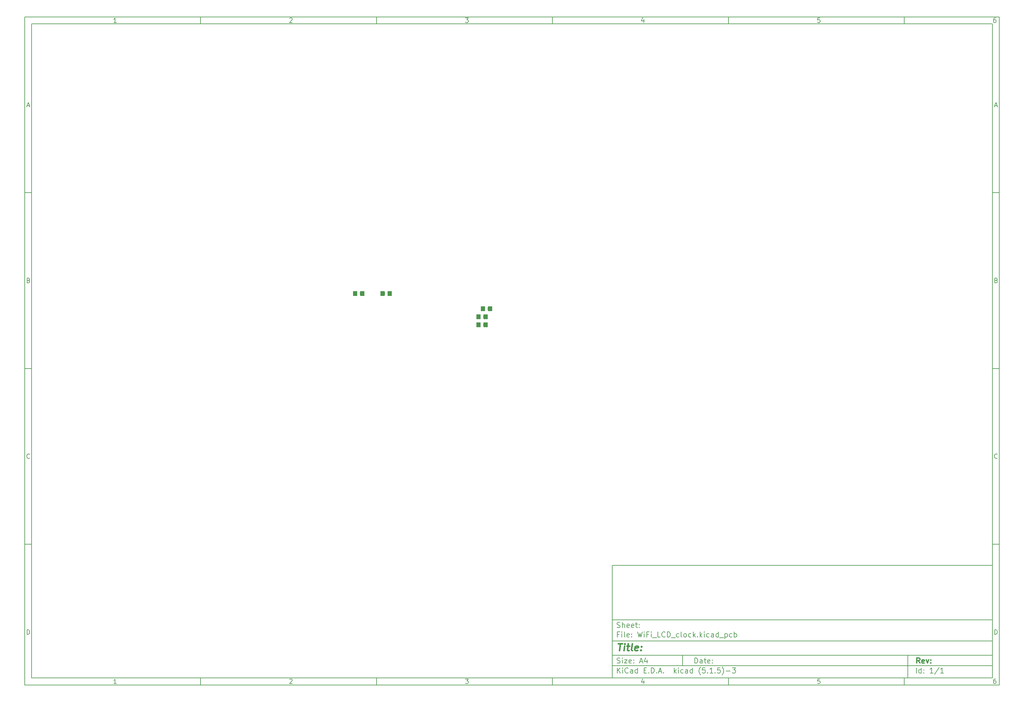
<source format=gbr>
G04 #@! TF.GenerationSoftware,KiCad,Pcbnew,(5.1.5)-3*
G04 #@! TF.CreationDate,2021-03-26T16:29:10+01:00*
G04 #@! TF.ProjectId,WiFi_LCD_clock,57694669-5f4c-4434-945f-636c6f636b2e,rev?*
G04 #@! TF.SameCoordinates,Original*
G04 #@! TF.FileFunction,Paste,Bot*
G04 #@! TF.FilePolarity,Positive*
%FSLAX46Y46*%
G04 Gerber Fmt 4.6, Leading zero omitted, Abs format (unit mm)*
G04 Created by KiCad (PCBNEW (5.1.5)-3) date 2021-03-26 16:29:10*
%MOMM*%
%LPD*%
G04 APERTURE LIST*
%ADD10C,0.100000*%
%ADD11C,0.150000*%
%ADD12C,0.300000*%
%ADD13C,0.400000*%
%ADD14R,0.875000X0.950000*%
%ADD15R,1.150000X1.400000*%
G04 APERTURE END LIST*
D10*
D11*
X177002200Y-166007200D02*
X177002200Y-198007200D01*
X285002200Y-198007200D01*
X285002200Y-166007200D01*
X177002200Y-166007200D01*
D10*
D11*
X10000000Y-10000000D02*
X10000000Y-200007200D01*
X287002200Y-200007200D01*
X287002200Y-10000000D01*
X10000000Y-10000000D01*
D10*
D11*
X12000000Y-12000000D02*
X12000000Y-198007200D01*
X285002200Y-198007200D01*
X285002200Y-12000000D01*
X12000000Y-12000000D01*
D10*
D11*
X60000000Y-12000000D02*
X60000000Y-10000000D01*
D10*
D11*
X110000000Y-12000000D02*
X110000000Y-10000000D01*
D10*
D11*
X160000000Y-12000000D02*
X160000000Y-10000000D01*
D10*
D11*
X210000000Y-12000000D02*
X210000000Y-10000000D01*
D10*
D11*
X260000000Y-12000000D02*
X260000000Y-10000000D01*
D10*
D11*
X36065476Y-11588095D02*
X35322619Y-11588095D01*
X35694047Y-11588095D02*
X35694047Y-10288095D01*
X35570238Y-10473809D01*
X35446428Y-10597619D01*
X35322619Y-10659523D01*
D10*
D11*
X85322619Y-10411904D02*
X85384523Y-10350000D01*
X85508333Y-10288095D01*
X85817857Y-10288095D01*
X85941666Y-10350000D01*
X86003571Y-10411904D01*
X86065476Y-10535714D01*
X86065476Y-10659523D01*
X86003571Y-10845238D01*
X85260714Y-11588095D01*
X86065476Y-11588095D01*
D10*
D11*
X135260714Y-10288095D02*
X136065476Y-10288095D01*
X135632142Y-10783333D01*
X135817857Y-10783333D01*
X135941666Y-10845238D01*
X136003571Y-10907142D01*
X136065476Y-11030952D01*
X136065476Y-11340476D01*
X136003571Y-11464285D01*
X135941666Y-11526190D01*
X135817857Y-11588095D01*
X135446428Y-11588095D01*
X135322619Y-11526190D01*
X135260714Y-11464285D01*
D10*
D11*
X185941666Y-10721428D02*
X185941666Y-11588095D01*
X185632142Y-10226190D02*
X185322619Y-11154761D01*
X186127380Y-11154761D01*
D10*
D11*
X236003571Y-10288095D02*
X235384523Y-10288095D01*
X235322619Y-10907142D01*
X235384523Y-10845238D01*
X235508333Y-10783333D01*
X235817857Y-10783333D01*
X235941666Y-10845238D01*
X236003571Y-10907142D01*
X236065476Y-11030952D01*
X236065476Y-11340476D01*
X236003571Y-11464285D01*
X235941666Y-11526190D01*
X235817857Y-11588095D01*
X235508333Y-11588095D01*
X235384523Y-11526190D01*
X235322619Y-11464285D01*
D10*
D11*
X285941666Y-10288095D02*
X285694047Y-10288095D01*
X285570238Y-10350000D01*
X285508333Y-10411904D01*
X285384523Y-10597619D01*
X285322619Y-10845238D01*
X285322619Y-11340476D01*
X285384523Y-11464285D01*
X285446428Y-11526190D01*
X285570238Y-11588095D01*
X285817857Y-11588095D01*
X285941666Y-11526190D01*
X286003571Y-11464285D01*
X286065476Y-11340476D01*
X286065476Y-11030952D01*
X286003571Y-10907142D01*
X285941666Y-10845238D01*
X285817857Y-10783333D01*
X285570238Y-10783333D01*
X285446428Y-10845238D01*
X285384523Y-10907142D01*
X285322619Y-11030952D01*
D10*
D11*
X60000000Y-198007200D02*
X60000000Y-200007200D01*
D10*
D11*
X110000000Y-198007200D02*
X110000000Y-200007200D01*
D10*
D11*
X160000000Y-198007200D02*
X160000000Y-200007200D01*
D10*
D11*
X210000000Y-198007200D02*
X210000000Y-200007200D01*
D10*
D11*
X260000000Y-198007200D02*
X260000000Y-200007200D01*
D10*
D11*
X36065476Y-199595295D02*
X35322619Y-199595295D01*
X35694047Y-199595295D02*
X35694047Y-198295295D01*
X35570238Y-198481009D01*
X35446428Y-198604819D01*
X35322619Y-198666723D01*
D10*
D11*
X85322619Y-198419104D02*
X85384523Y-198357200D01*
X85508333Y-198295295D01*
X85817857Y-198295295D01*
X85941666Y-198357200D01*
X86003571Y-198419104D01*
X86065476Y-198542914D01*
X86065476Y-198666723D01*
X86003571Y-198852438D01*
X85260714Y-199595295D01*
X86065476Y-199595295D01*
D10*
D11*
X135260714Y-198295295D02*
X136065476Y-198295295D01*
X135632142Y-198790533D01*
X135817857Y-198790533D01*
X135941666Y-198852438D01*
X136003571Y-198914342D01*
X136065476Y-199038152D01*
X136065476Y-199347676D01*
X136003571Y-199471485D01*
X135941666Y-199533390D01*
X135817857Y-199595295D01*
X135446428Y-199595295D01*
X135322619Y-199533390D01*
X135260714Y-199471485D01*
D10*
D11*
X185941666Y-198728628D02*
X185941666Y-199595295D01*
X185632142Y-198233390D02*
X185322619Y-199161961D01*
X186127380Y-199161961D01*
D10*
D11*
X236003571Y-198295295D02*
X235384523Y-198295295D01*
X235322619Y-198914342D01*
X235384523Y-198852438D01*
X235508333Y-198790533D01*
X235817857Y-198790533D01*
X235941666Y-198852438D01*
X236003571Y-198914342D01*
X236065476Y-199038152D01*
X236065476Y-199347676D01*
X236003571Y-199471485D01*
X235941666Y-199533390D01*
X235817857Y-199595295D01*
X235508333Y-199595295D01*
X235384523Y-199533390D01*
X235322619Y-199471485D01*
D10*
D11*
X285941666Y-198295295D02*
X285694047Y-198295295D01*
X285570238Y-198357200D01*
X285508333Y-198419104D01*
X285384523Y-198604819D01*
X285322619Y-198852438D01*
X285322619Y-199347676D01*
X285384523Y-199471485D01*
X285446428Y-199533390D01*
X285570238Y-199595295D01*
X285817857Y-199595295D01*
X285941666Y-199533390D01*
X286003571Y-199471485D01*
X286065476Y-199347676D01*
X286065476Y-199038152D01*
X286003571Y-198914342D01*
X285941666Y-198852438D01*
X285817857Y-198790533D01*
X285570238Y-198790533D01*
X285446428Y-198852438D01*
X285384523Y-198914342D01*
X285322619Y-199038152D01*
D10*
D11*
X10000000Y-60000000D02*
X12000000Y-60000000D01*
D10*
D11*
X10000000Y-110000000D02*
X12000000Y-110000000D01*
D10*
D11*
X10000000Y-160000000D02*
X12000000Y-160000000D01*
D10*
D11*
X10690476Y-35216666D02*
X11309523Y-35216666D01*
X10566666Y-35588095D02*
X11000000Y-34288095D01*
X11433333Y-35588095D01*
D10*
D11*
X11092857Y-84907142D02*
X11278571Y-84969047D01*
X11340476Y-85030952D01*
X11402380Y-85154761D01*
X11402380Y-85340476D01*
X11340476Y-85464285D01*
X11278571Y-85526190D01*
X11154761Y-85588095D01*
X10659523Y-85588095D01*
X10659523Y-84288095D01*
X11092857Y-84288095D01*
X11216666Y-84350000D01*
X11278571Y-84411904D01*
X11340476Y-84535714D01*
X11340476Y-84659523D01*
X11278571Y-84783333D01*
X11216666Y-84845238D01*
X11092857Y-84907142D01*
X10659523Y-84907142D01*
D10*
D11*
X11402380Y-135464285D02*
X11340476Y-135526190D01*
X11154761Y-135588095D01*
X11030952Y-135588095D01*
X10845238Y-135526190D01*
X10721428Y-135402380D01*
X10659523Y-135278571D01*
X10597619Y-135030952D01*
X10597619Y-134845238D01*
X10659523Y-134597619D01*
X10721428Y-134473809D01*
X10845238Y-134350000D01*
X11030952Y-134288095D01*
X11154761Y-134288095D01*
X11340476Y-134350000D01*
X11402380Y-134411904D01*
D10*
D11*
X10659523Y-185588095D02*
X10659523Y-184288095D01*
X10969047Y-184288095D01*
X11154761Y-184350000D01*
X11278571Y-184473809D01*
X11340476Y-184597619D01*
X11402380Y-184845238D01*
X11402380Y-185030952D01*
X11340476Y-185278571D01*
X11278571Y-185402380D01*
X11154761Y-185526190D01*
X10969047Y-185588095D01*
X10659523Y-185588095D01*
D10*
D11*
X287002200Y-60000000D02*
X285002200Y-60000000D01*
D10*
D11*
X287002200Y-110000000D02*
X285002200Y-110000000D01*
D10*
D11*
X287002200Y-160000000D02*
X285002200Y-160000000D01*
D10*
D11*
X285692676Y-35216666D02*
X286311723Y-35216666D01*
X285568866Y-35588095D02*
X286002200Y-34288095D01*
X286435533Y-35588095D01*
D10*
D11*
X286095057Y-84907142D02*
X286280771Y-84969047D01*
X286342676Y-85030952D01*
X286404580Y-85154761D01*
X286404580Y-85340476D01*
X286342676Y-85464285D01*
X286280771Y-85526190D01*
X286156961Y-85588095D01*
X285661723Y-85588095D01*
X285661723Y-84288095D01*
X286095057Y-84288095D01*
X286218866Y-84350000D01*
X286280771Y-84411904D01*
X286342676Y-84535714D01*
X286342676Y-84659523D01*
X286280771Y-84783333D01*
X286218866Y-84845238D01*
X286095057Y-84907142D01*
X285661723Y-84907142D01*
D10*
D11*
X286404580Y-135464285D02*
X286342676Y-135526190D01*
X286156961Y-135588095D01*
X286033152Y-135588095D01*
X285847438Y-135526190D01*
X285723628Y-135402380D01*
X285661723Y-135278571D01*
X285599819Y-135030952D01*
X285599819Y-134845238D01*
X285661723Y-134597619D01*
X285723628Y-134473809D01*
X285847438Y-134350000D01*
X286033152Y-134288095D01*
X286156961Y-134288095D01*
X286342676Y-134350000D01*
X286404580Y-134411904D01*
D10*
D11*
X285661723Y-185588095D02*
X285661723Y-184288095D01*
X285971247Y-184288095D01*
X286156961Y-184350000D01*
X286280771Y-184473809D01*
X286342676Y-184597619D01*
X286404580Y-184845238D01*
X286404580Y-185030952D01*
X286342676Y-185278571D01*
X286280771Y-185402380D01*
X286156961Y-185526190D01*
X285971247Y-185588095D01*
X285661723Y-185588095D01*
D10*
D11*
X200434342Y-193785771D02*
X200434342Y-192285771D01*
X200791485Y-192285771D01*
X201005771Y-192357200D01*
X201148628Y-192500057D01*
X201220057Y-192642914D01*
X201291485Y-192928628D01*
X201291485Y-193142914D01*
X201220057Y-193428628D01*
X201148628Y-193571485D01*
X201005771Y-193714342D01*
X200791485Y-193785771D01*
X200434342Y-193785771D01*
X202577200Y-193785771D02*
X202577200Y-193000057D01*
X202505771Y-192857200D01*
X202362914Y-192785771D01*
X202077200Y-192785771D01*
X201934342Y-192857200D01*
X202577200Y-193714342D02*
X202434342Y-193785771D01*
X202077200Y-193785771D01*
X201934342Y-193714342D01*
X201862914Y-193571485D01*
X201862914Y-193428628D01*
X201934342Y-193285771D01*
X202077200Y-193214342D01*
X202434342Y-193214342D01*
X202577200Y-193142914D01*
X203077200Y-192785771D02*
X203648628Y-192785771D01*
X203291485Y-192285771D02*
X203291485Y-193571485D01*
X203362914Y-193714342D01*
X203505771Y-193785771D01*
X203648628Y-193785771D01*
X204720057Y-193714342D02*
X204577200Y-193785771D01*
X204291485Y-193785771D01*
X204148628Y-193714342D01*
X204077200Y-193571485D01*
X204077200Y-193000057D01*
X204148628Y-192857200D01*
X204291485Y-192785771D01*
X204577200Y-192785771D01*
X204720057Y-192857200D01*
X204791485Y-193000057D01*
X204791485Y-193142914D01*
X204077200Y-193285771D01*
X205434342Y-193642914D02*
X205505771Y-193714342D01*
X205434342Y-193785771D01*
X205362914Y-193714342D01*
X205434342Y-193642914D01*
X205434342Y-193785771D01*
X205434342Y-192857200D02*
X205505771Y-192928628D01*
X205434342Y-193000057D01*
X205362914Y-192928628D01*
X205434342Y-192857200D01*
X205434342Y-193000057D01*
D10*
D11*
X177002200Y-194507200D02*
X285002200Y-194507200D01*
D10*
D11*
X178434342Y-196585771D02*
X178434342Y-195085771D01*
X179291485Y-196585771D02*
X178648628Y-195728628D01*
X179291485Y-195085771D02*
X178434342Y-195942914D01*
X179934342Y-196585771D02*
X179934342Y-195585771D01*
X179934342Y-195085771D02*
X179862914Y-195157200D01*
X179934342Y-195228628D01*
X180005771Y-195157200D01*
X179934342Y-195085771D01*
X179934342Y-195228628D01*
X181505771Y-196442914D02*
X181434342Y-196514342D01*
X181220057Y-196585771D01*
X181077200Y-196585771D01*
X180862914Y-196514342D01*
X180720057Y-196371485D01*
X180648628Y-196228628D01*
X180577200Y-195942914D01*
X180577200Y-195728628D01*
X180648628Y-195442914D01*
X180720057Y-195300057D01*
X180862914Y-195157200D01*
X181077200Y-195085771D01*
X181220057Y-195085771D01*
X181434342Y-195157200D01*
X181505771Y-195228628D01*
X182791485Y-196585771D02*
X182791485Y-195800057D01*
X182720057Y-195657200D01*
X182577200Y-195585771D01*
X182291485Y-195585771D01*
X182148628Y-195657200D01*
X182791485Y-196514342D02*
X182648628Y-196585771D01*
X182291485Y-196585771D01*
X182148628Y-196514342D01*
X182077200Y-196371485D01*
X182077200Y-196228628D01*
X182148628Y-196085771D01*
X182291485Y-196014342D01*
X182648628Y-196014342D01*
X182791485Y-195942914D01*
X184148628Y-196585771D02*
X184148628Y-195085771D01*
X184148628Y-196514342D02*
X184005771Y-196585771D01*
X183720057Y-196585771D01*
X183577200Y-196514342D01*
X183505771Y-196442914D01*
X183434342Y-196300057D01*
X183434342Y-195871485D01*
X183505771Y-195728628D01*
X183577200Y-195657200D01*
X183720057Y-195585771D01*
X184005771Y-195585771D01*
X184148628Y-195657200D01*
X186005771Y-195800057D02*
X186505771Y-195800057D01*
X186720057Y-196585771D02*
X186005771Y-196585771D01*
X186005771Y-195085771D01*
X186720057Y-195085771D01*
X187362914Y-196442914D02*
X187434342Y-196514342D01*
X187362914Y-196585771D01*
X187291485Y-196514342D01*
X187362914Y-196442914D01*
X187362914Y-196585771D01*
X188077200Y-196585771D02*
X188077200Y-195085771D01*
X188434342Y-195085771D01*
X188648628Y-195157200D01*
X188791485Y-195300057D01*
X188862914Y-195442914D01*
X188934342Y-195728628D01*
X188934342Y-195942914D01*
X188862914Y-196228628D01*
X188791485Y-196371485D01*
X188648628Y-196514342D01*
X188434342Y-196585771D01*
X188077200Y-196585771D01*
X189577200Y-196442914D02*
X189648628Y-196514342D01*
X189577200Y-196585771D01*
X189505771Y-196514342D01*
X189577200Y-196442914D01*
X189577200Y-196585771D01*
X190220057Y-196157200D02*
X190934342Y-196157200D01*
X190077200Y-196585771D02*
X190577200Y-195085771D01*
X191077200Y-196585771D01*
X191577200Y-196442914D02*
X191648628Y-196514342D01*
X191577200Y-196585771D01*
X191505771Y-196514342D01*
X191577200Y-196442914D01*
X191577200Y-196585771D01*
X194577200Y-196585771D02*
X194577200Y-195085771D01*
X194720057Y-196014342D02*
X195148628Y-196585771D01*
X195148628Y-195585771D02*
X194577200Y-196157200D01*
X195791485Y-196585771D02*
X195791485Y-195585771D01*
X195791485Y-195085771D02*
X195720057Y-195157200D01*
X195791485Y-195228628D01*
X195862914Y-195157200D01*
X195791485Y-195085771D01*
X195791485Y-195228628D01*
X197148628Y-196514342D02*
X197005771Y-196585771D01*
X196720057Y-196585771D01*
X196577200Y-196514342D01*
X196505771Y-196442914D01*
X196434342Y-196300057D01*
X196434342Y-195871485D01*
X196505771Y-195728628D01*
X196577200Y-195657200D01*
X196720057Y-195585771D01*
X197005771Y-195585771D01*
X197148628Y-195657200D01*
X198434342Y-196585771D02*
X198434342Y-195800057D01*
X198362914Y-195657200D01*
X198220057Y-195585771D01*
X197934342Y-195585771D01*
X197791485Y-195657200D01*
X198434342Y-196514342D02*
X198291485Y-196585771D01*
X197934342Y-196585771D01*
X197791485Y-196514342D01*
X197720057Y-196371485D01*
X197720057Y-196228628D01*
X197791485Y-196085771D01*
X197934342Y-196014342D01*
X198291485Y-196014342D01*
X198434342Y-195942914D01*
X199791485Y-196585771D02*
X199791485Y-195085771D01*
X199791485Y-196514342D02*
X199648628Y-196585771D01*
X199362914Y-196585771D01*
X199220057Y-196514342D01*
X199148628Y-196442914D01*
X199077200Y-196300057D01*
X199077200Y-195871485D01*
X199148628Y-195728628D01*
X199220057Y-195657200D01*
X199362914Y-195585771D01*
X199648628Y-195585771D01*
X199791485Y-195657200D01*
X202077200Y-197157200D02*
X202005771Y-197085771D01*
X201862914Y-196871485D01*
X201791485Y-196728628D01*
X201720057Y-196514342D01*
X201648628Y-196157200D01*
X201648628Y-195871485D01*
X201720057Y-195514342D01*
X201791485Y-195300057D01*
X201862914Y-195157200D01*
X202005771Y-194942914D01*
X202077200Y-194871485D01*
X203362914Y-195085771D02*
X202648628Y-195085771D01*
X202577200Y-195800057D01*
X202648628Y-195728628D01*
X202791485Y-195657200D01*
X203148628Y-195657200D01*
X203291485Y-195728628D01*
X203362914Y-195800057D01*
X203434342Y-195942914D01*
X203434342Y-196300057D01*
X203362914Y-196442914D01*
X203291485Y-196514342D01*
X203148628Y-196585771D01*
X202791485Y-196585771D01*
X202648628Y-196514342D01*
X202577200Y-196442914D01*
X204077200Y-196442914D02*
X204148628Y-196514342D01*
X204077200Y-196585771D01*
X204005771Y-196514342D01*
X204077200Y-196442914D01*
X204077200Y-196585771D01*
X205577200Y-196585771D02*
X204720057Y-196585771D01*
X205148628Y-196585771D02*
X205148628Y-195085771D01*
X205005771Y-195300057D01*
X204862914Y-195442914D01*
X204720057Y-195514342D01*
X206220057Y-196442914D02*
X206291485Y-196514342D01*
X206220057Y-196585771D01*
X206148628Y-196514342D01*
X206220057Y-196442914D01*
X206220057Y-196585771D01*
X207648628Y-195085771D02*
X206934342Y-195085771D01*
X206862914Y-195800057D01*
X206934342Y-195728628D01*
X207077200Y-195657200D01*
X207434342Y-195657200D01*
X207577200Y-195728628D01*
X207648628Y-195800057D01*
X207720057Y-195942914D01*
X207720057Y-196300057D01*
X207648628Y-196442914D01*
X207577200Y-196514342D01*
X207434342Y-196585771D01*
X207077200Y-196585771D01*
X206934342Y-196514342D01*
X206862914Y-196442914D01*
X208220057Y-197157200D02*
X208291485Y-197085771D01*
X208434342Y-196871485D01*
X208505771Y-196728628D01*
X208577200Y-196514342D01*
X208648628Y-196157200D01*
X208648628Y-195871485D01*
X208577200Y-195514342D01*
X208505771Y-195300057D01*
X208434342Y-195157200D01*
X208291485Y-194942914D01*
X208220057Y-194871485D01*
X209362914Y-196014342D02*
X210505771Y-196014342D01*
X211077200Y-195085771D02*
X212005771Y-195085771D01*
X211505771Y-195657200D01*
X211720057Y-195657200D01*
X211862914Y-195728628D01*
X211934342Y-195800057D01*
X212005771Y-195942914D01*
X212005771Y-196300057D01*
X211934342Y-196442914D01*
X211862914Y-196514342D01*
X211720057Y-196585771D01*
X211291485Y-196585771D01*
X211148628Y-196514342D01*
X211077200Y-196442914D01*
D10*
D11*
X177002200Y-191507200D02*
X285002200Y-191507200D01*
D10*
D12*
X264411485Y-193785771D02*
X263911485Y-193071485D01*
X263554342Y-193785771D02*
X263554342Y-192285771D01*
X264125771Y-192285771D01*
X264268628Y-192357200D01*
X264340057Y-192428628D01*
X264411485Y-192571485D01*
X264411485Y-192785771D01*
X264340057Y-192928628D01*
X264268628Y-193000057D01*
X264125771Y-193071485D01*
X263554342Y-193071485D01*
X265625771Y-193714342D02*
X265482914Y-193785771D01*
X265197200Y-193785771D01*
X265054342Y-193714342D01*
X264982914Y-193571485D01*
X264982914Y-193000057D01*
X265054342Y-192857200D01*
X265197200Y-192785771D01*
X265482914Y-192785771D01*
X265625771Y-192857200D01*
X265697200Y-193000057D01*
X265697200Y-193142914D01*
X264982914Y-193285771D01*
X266197200Y-192785771D02*
X266554342Y-193785771D01*
X266911485Y-192785771D01*
X267482914Y-193642914D02*
X267554342Y-193714342D01*
X267482914Y-193785771D01*
X267411485Y-193714342D01*
X267482914Y-193642914D01*
X267482914Y-193785771D01*
X267482914Y-192857200D02*
X267554342Y-192928628D01*
X267482914Y-193000057D01*
X267411485Y-192928628D01*
X267482914Y-192857200D01*
X267482914Y-193000057D01*
D10*
D11*
X178362914Y-193714342D02*
X178577200Y-193785771D01*
X178934342Y-193785771D01*
X179077200Y-193714342D01*
X179148628Y-193642914D01*
X179220057Y-193500057D01*
X179220057Y-193357200D01*
X179148628Y-193214342D01*
X179077200Y-193142914D01*
X178934342Y-193071485D01*
X178648628Y-193000057D01*
X178505771Y-192928628D01*
X178434342Y-192857200D01*
X178362914Y-192714342D01*
X178362914Y-192571485D01*
X178434342Y-192428628D01*
X178505771Y-192357200D01*
X178648628Y-192285771D01*
X179005771Y-192285771D01*
X179220057Y-192357200D01*
X179862914Y-193785771D02*
X179862914Y-192785771D01*
X179862914Y-192285771D02*
X179791485Y-192357200D01*
X179862914Y-192428628D01*
X179934342Y-192357200D01*
X179862914Y-192285771D01*
X179862914Y-192428628D01*
X180434342Y-192785771D02*
X181220057Y-192785771D01*
X180434342Y-193785771D01*
X181220057Y-193785771D01*
X182362914Y-193714342D02*
X182220057Y-193785771D01*
X181934342Y-193785771D01*
X181791485Y-193714342D01*
X181720057Y-193571485D01*
X181720057Y-193000057D01*
X181791485Y-192857200D01*
X181934342Y-192785771D01*
X182220057Y-192785771D01*
X182362914Y-192857200D01*
X182434342Y-193000057D01*
X182434342Y-193142914D01*
X181720057Y-193285771D01*
X183077200Y-193642914D02*
X183148628Y-193714342D01*
X183077200Y-193785771D01*
X183005771Y-193714342D01*
X183077200Y-193642914D01*
X183077200Y-193785771D01*
X183077200Y-192857200D02*
X183148628Y-192928628D01*
X183077200Y-193000057D01*
X183005771Y-192928628D01*
X183077200Y-192857200D01*
X183077200Y-193000057D01*
X184862914Y-193357200D02*
X185577200Y-193357200D01*
X184720057Y-193785771D02*
X185220057Y-192285771D01*
X185720057Y-193785771D01*
X186862914Y-192785771D02*
X186862914Y-193785771D01*
X186505771Y-192214342D02*
X186148628Y-193285771D01*
X187077200Y-193285771D01*
D10*
D11*
X263434342Y-196585771D02*
X263434342Y-195085771D01*
X264791485Y-196585771D02*
X264791485Y-195085771D01*
X264791485Y-196514342D02*
X264648628Y-196585771D01*
X264362914Y-196585771D01*
X264220057Y-196514342D01*
X264148628Y-196442914D01*
X264077200Y-196300057D01*
X264077200Y-195871485D01*
X264148628Y-195728628D01*
X264220057Y-195657200D01*
X264362914Y-195585771D01*
X264648628Y-195585771D01*
X264791485Y-195657200D01*
X265505771Y-196442914D02*
X265577200Y-196514342D01*
X265505771Y-196585771D01*
X265434342Y-196514342D01*
X265505771Y-196442914D01*
X265505771Y-196585771D01*
X265505771Y-195657200D02*
X265577200Y-195728628D01*
X265505771Y-195800057D01*
X265434342Y-195728628D01*
X265505771Y-195657200D01*
X265505771Y-195800057D01*
X268148628Y-196585771D02*
X267291485Y-196585771D01*
X267720057Y-196585771D02*
X267720057Y-195085771D01*
X267577200Y-195300057D01*
X267434342Y-195442914D01*
X267291485Y-195514342D01*
X269862914Y-195014342D02*
X268577200Y-196942914D01*
X271148628Y-196585771D02*
X270291485Y-196585771D01*
X270720057Y-196585771D02*
X270720057Y-195085771D01*
X270577200Y-195300057D01*
X270434342Y-195442914D01*
X270291485Y-195514342D01*
D10*
D11*
X177002200Y-187507200D02*
X285002200Y-187507200D01*
D10*
D13*
X178714580Y-188211961D02*
X179857438Y-188211961D01*
X179036009Y-190211961D02*
X179286009Y-188211961D01*
X180274104Y-190211961D02*
X180440771Y-188878628D01*
X180524104Y-188211961D02*
X180416961Y-188307200D01*
X180500295Y-188402438D01*
X180607438Y-188307200D01*
X180524104Y-188211961D01*
X180500295Y-188402438D01*
X181107438Y-188878628D02*
X181869342Y-188878628D01*
X181476485Y-188211961D02*
X181262200Y-189926247D01*
X181333628Y-190116723D01*
X181512200Y-190211961D01*
X181702676Y-190211961D01*
X182655057Y-190211961D02*
X182476485Y-190116723D01*
X182405057Y-189926247D01*
X182619342Y-188211961D01*
X184190771Y-190116723D02*
X183988390Y-190211961D01*
X183607438Y-190211961D01*
X183428866Y-190116723D01*
X183357438Y-189926247D01*
X183452676Y-189164342D01*
X183571723Y-188973866D01*
X183774104Y-188878628D01*
X184155057Y-188878628D01*
X184333628Y-188973866D01*
X184405057Y-189164342D01*
X184381247Y-189354819D01*
X183405057Y-189545295D01*
X185155057Y-190021485D02*
X185238390Y-190116723D01*
X185131247Y-190211961D01*
X185047914Y-190116723D01*
X185155057Y-190021485D01*
X185131247Y-190211961D01*
X185286009Y-188973866D02*
X185369342Y-189069104D01*
X185262200Y-189164342D01*
X185178866Y-189069104D01*
X185286009Y-188973866D01*
X185262200Y-189164342D01*
D10*
D11*
X178934342Y-185600057D02*
X178434342Y-185600057D01*
X178434342Y-186385771D02*
X178434342Y-184885771D01*
X179148628Y-184885771D01*
X179720057Y-186385771D02*
X179720057Y-185385771D01*
X179720057Y-184885771D02*
X179648628Y-184957200D01*
X179720057Y-185028628D01*
X179791485Y-184957200D01*
X179720057Y-184885771D01*
X179720057Y-185028628D01*
X180648628Y-186385771D02*
X180505771Y-186314342D01*
X180434342Y-186171485D01*
X180434342Y-184885771D01*
X181791485Y-186314342D02*
X181648628Y-186385771D01*
X181362914Y-186385771D01*
X181220057Y-186314342D01*
X181148628Y-186171485D01*
X181148628Y-185600057D01*
X181220057Y-185457200D01*
X181362914Y-185385771D01*
X181648628Y-185385771D01*
X181791485Y-185457200D01*
X181862914Y-185600057D01*
X181862914Y-185742914D01*
X181148628Y-185885771D01*
X182505771Y-186242914D02*
X182577200Y-186314342D01*
X182505771Y-186385771D01*
X182434342Y-186314342D01*
X182505771Y-186242914D01*
X182505771Y-186385771D01*
X182505771Y-185457200D02*
X182577200Y-185528628D01*
X182505771Y-185600057D01*
X182434342Y-185528628D01*
X182505771Y-185457200D01*
X182505771Y-185600057D01*
X184220057Y-184885771D02*
X184577200Y-186385771D01*
X184862914Y-185314342D01*
X185148628Y-186385771D01*
X185505771Y-184885771D01*
X186077200Y-186385771D02*
X186077200Y-185385771D01*
X186077200Y-184885771D02*
X186005771Y-184957200D01*
X186077200Y-185028628D01*
X186148628Y-184957200D01*
X186077200Y-184885771D01*
X186077200Y-185028628D01*
X187291485Y-185600057D02*
X186791485Y-185600057D01*
X186791485Y-186385771D02*
X186791485Y-184885771D01*
X187505771Y-184885771D01*
X188077200Y-186385771D02*
X188077200Y-185385771D01*
X188077200Y-184885771D02*
X188005771Y-184957200D01*
X188077200Y-185028628D01*
X188148628Y-184957200D01*
X188077200Y-184885771D01*
X188077200Y-185028628D01*
X188434342Y-186528628D02*
X189577200Y-186528628D01*
X190648628Y-186385771D02*
X189934342Y-186385771D01*
X189934342Y-184885771D01*
X192005771Y-186242914D02*
X191934342Y-186314342D01*
X191720057Y-186385771D01*
X191577200Y-186385771D01*
X191362914Y-186314342D01*
X191220057Y-186171485D01*
X191148628Y-186028628D01*
X191077200Y-185742914D01*
X191077200Y-185528628D01*
X191148628Y-185242914D01*
X191220057Y-185100057D01*
X191362914Y-184957200D01*
X191577200Y-184885771D01*
X191720057Y-184885771D01*
X191934342Y-184957200D01*
X192005771Y-185028628D01*
X192648628Y-186385771D02*
X192648628Y-184885771D01*
X193005771Y-184885771D01*
X193220057Y-184957200D01*
X193362914Y-185100057D01*
X193434342Y-185242914D01*
X193505771Y-185528628D01*
X193505771Y-185742914D01*
X193434342Y-186028628D01*
X193362914Y-186171485D01*
X193220057Y-186314342D01*
X193005771Y-186385771D01*
X192648628Y-186385771D01*
X193791485Y-186528628D02*
X194934342Y-186528628D01*
X195934342Y-186314342D02*
X195791485Y-186385771D01*
X195505771Y-186385771D01*
X195362914Y-186314342D01*
X195291485Y-186242914D01*
X195220057Y-186100057D01*
X195220057Y-185671485D01*
X195291485Y-185528628D01*
X195362914Y-185457200D01*
X195505771Y-185385771D01*
X195791485Y-185385771D01*
X195934342Y-185457200D01*
X196791485Y-186385771D02*
X196648628Y-186314342D01*
X196577200Y-186171485D01*
X196577200Y-184885771D01*
X197577200Y-186385771D02*
X197434342Y-186314342D01*
X197362914Y-186242914D01*
X197291485Y-186100057D01*
X197291485Y-185671485D01*
X197362914Y-185528628D01*
X197434342Y-185457200D01*
X197577200Y-185385771D01*
X197791485Y-185385771D01*
X197934342Y-185457200D01*
X198005771Y-185528628D01*
X198077200Y-185671485D01*
X198077200Y-186100057D01*
X198005771Y-186242914D01*
X197934342Y-186314342D01*
X197791485Y-186385771D01*
X197577200Y-186385771D01*
X199362914Y-186314342D02*
X199220057Y-186385771D01*
X198934342Y-186385771D01*
X198791485Y-186314342D01*
X198720057Y-186242914D01*
X198648628Y-186100057D01*
X198648628Y-185671485D01*
X198720057Y-185528628D01*
X198791485Y-185457200D01*
X198934342Y-185385771D01*
X199220057Y-185385771D01*
X199362914Y-185457200D01*
X200005771Y-186385771D02*
X200005771Y-184885771D01*
X200148628Y-185814342D02*
X200577200Y-186385771D01*
X200577200Y-185385771D02*
X200005771Y-185957200D01*
X201220057Y-186242914D02*
X201291485Y-186314342D01*
X201220057Y-186385771D01*
X201148628Y-186314342D01*
X201220057Y-186242914D01*
X201220057Y-186385771D01*
X201934342Y-186385771D02*
X201934342Y-184885771D01*
X202077200Y-185814342D02*
X202505771Y-186385771D01*
X202505771Y-185385771D02*
X201934342Y-185957200D01*
X203148628Y-186385771D02*
X203148628Y-185385771D01*
X203148628Y-184885771D02*
X203077200Y-184957200D01*
X203148628Y-185028628D01*
X203220057Y-184957200D01*
X203148628Y-184885771D01*
X203148628Y-185028628D01*
X204505771Y-186314342D02*
X204362914Y-186385771D01*
X204077200Y-186385771D01*
X203934342Y-186314342D01*
X203862914Y-186242914D01*
X203791485Y-186100057D01*
X203791485Y-185671485D01*
X203862914Y-185528628D01*
X203934342Y-185457200D01*
X204077200Y-185385771D01*
X204362914Y-185385771D01*
X204505771Y-185457200D01*
X205791485Y-186385771D02*
X205791485Y-185600057D01*
X205720057Y-185457200D01*
X205577200Y-185385771D01*
X205291485Y-185385771D01*
X205148628Y-185457200D01*
X205791485Y-186314342D02*
X205648628Y-186385771D01*
X205291485Y-186385771D01*
X205148628Y-186314342D01*
X205077200Y-186171485D01*
X205077200Y-186028628D01*
X205148628Y-185885771D01*
X205291485Y-185814342D01*
X205648628Y-185814342D01*
X205791485Y-185742914D01*
X207148628Y-186385771D02*
X207148628Y-184885771D01*
X207148628Y-186314342D02*
X207005771Y-186385771D01*
X206720057Y-186385771D01*
X206577200Y-186314342D01*
X206505771Y-186242914D01*
X206434342Y-186100057D01*
X206434342Y-185671485D01*
X206505771Y-185528628D01*
X206577200Y-185457200D01*
X206720057Y-185385771D01*
X207005771Y-185385771D01*
X207148628Y-185457200D01*
X207505771Y-186528628D02*
X208648628Y-186528628D01*
X209005771Y-185385771D02*
X209005771Y-186885771D01*
X209005771Y-185457200D02*
X209148628Y-185385771D01*
X209434342Y-185385771D01*
X209577200Y-185457200D01*
X209648628Y-185528628D01*
X209720057Y-185671485D01*
X209720057Y-186100057D01*
X209648628Y-186242914D01*
X209577200Y-186314342D01*
X209434342Y-186385771D01*
X209148628Y-186385771D01*
X209005771Y-186314342D01*
X211005771Y-186314342D02*
X210862914Y-186385771D01*
X210577200Y-186385771D01*
X210434342Y-186314342D01*
X210362914Y-186242914D01*
X210291485Y-186100057D01*
X210291485Y-185671485D01*
X210362914Y-185528628D01*
X210434342Y-185457200D01*
X210577200Y-185385771D01*
X210862914Y-185385771D01*
X211005771Y-185457200D01*
X211648628Y-186385771D02*
X211648628Y-184885771D01*
X211648628Y-185457200D02*
X211791485Y-185385771D01*
X212077200Y-185385771D01*
X212220057Y-185457200D01*
X212291485Y-185528628D01*
X212362914Y-185671485D01*
X212362914Y-186100057D01*
X212291485Y-186242914D01*
X212220057Y-186314342D01*
X212077200Y-186385771D01*
X211791485Y-186385771D01*
X211648628Y-186314342D01*
D10*
D11*
X177002200Y-181507200D02*
X285002200Y-181507200D01*
D10*
D11*
X178362914Y-183614342D02*
X178577200Y-183685771D01*
X178934342Y-183685771D01*
X179077200Y-183614342D01*
X179148628Y-183542914D01*
X179220057Y-183400057D01*
X179220057Y-183257200D01*
X179148628Y-183114342D01*
X179077200Y-183042914D01*
X178934342Y-182971485D01*
X178648628Y-182900057D01*
X178505771Y-182828628D01*
X178434342Y-182757200D01*
X178362914Y-182614342D01*
X178362914Y-182471485D01*
X178434342Y-182328628D01*
X178505771Y-182257200D01*
X178648628Y-182185771D01*
X179005771Y-182185771D01*
X179220057Y-182257200D01*
X179862914Y-183685771D02*
X179862914Y-182185771D01*
X180505771Y-183685771D02*
X180505771Y-182900057D01*
X180434342Y-182757200D01*
X180291485Y-182685771D01*
X180077200Y-182685771D01*
X179934342Y-182757200D01*
X179862914Y-182828628D01*
X181791485Y-183614342D02*
X181648628Y-183685771D01*
X181362914Y-183685771D01*
X181220057Y-183614342D01*
X181148628Y-183471485D01*
X181148628Y-182900057D01*
X181220057Y-182757200D01*
X181362914Y-182685771D01*
X181648628Y-182685771D01*
X181791485Y-182757200D01*
X181862914Y-182900057D01*
X181862914Y-183042914D01*
X181148628Y-183185771D01*
X183077200Y-183614342D02*
X182934342Y-183685771D01*
X182648628Y-183685771D01*
X182505771Y-183614342D01*
X182434342Y-183471485D01*
X182434342Y-182900057D01*
X182505771Y-182757200D01*
X182648628Y-182685771D01*
X182934342Y-182685771D01*
X183077200Y-182757200D01*
X183148628Y-182900057D01*
X183148628Y-183042914D01*
X182434342Y-183185771D01*
X183577200Y-182685771D02*
X184148628Y-182685771D01*
X183791485Y-182185771D02*
X183791485Y-183471485D01*
X183862914Y-183614342D01*
X184005771Y-183685771D01*
X184148628Y-183685771D01*
X184648628Y-183542914D02*
X184720057Y-183614342D01*
X184648628Y-183685771D01*
X184577200Y-183614342D01*
X184648628Y-183542914D01*
X184648628Y-183685771D01*
X184648628Y-182757200D02*
X184720057Y-182828628D01*
X184648628Y-182900057D01*
X184577200Y-182828628D01*
X184648628Y-182757200D01*
X184648628Y-182900057D01*
D10*
D11*
X197002200Y-191507200D02*
X197002200Y-194507200D01*
D10*
D11*
X261002200Y-191507200D02*
X261002200Y-198007200D01*
D14*
X142011500Y-92964000D03*
D15*
X140199000Y-92964000D03*
D14*
X140436500Y-92964000D03*
D15*
X142249000Y-92964000D03*
D14*
X140741500Y-95250000D03*
X139166500Y-95250000D03*
D15*
X138929000Y-95250000D03*
X140979000Y-95250000D03*
D14*
X140741500Y-97536000D03*
X139166500Y-97536000D03*
D15*
X138929000Y-97536000D03*
X140979000Y-97536000D03*
D14*
X111963000Y-88646000D03*
D15*
X113775500Y-88646000D03*
D14*
X113538000Y-88646000D03*
D15*
X111725500Y-88646000D03*
D14*
X104114500Y-88646000D03*
D15*
X105927000Y-88646000D03*
D14*
X105689500Y-88646000D03*
D15*
X103877000Y-88646000D03*
M02*

</source>
